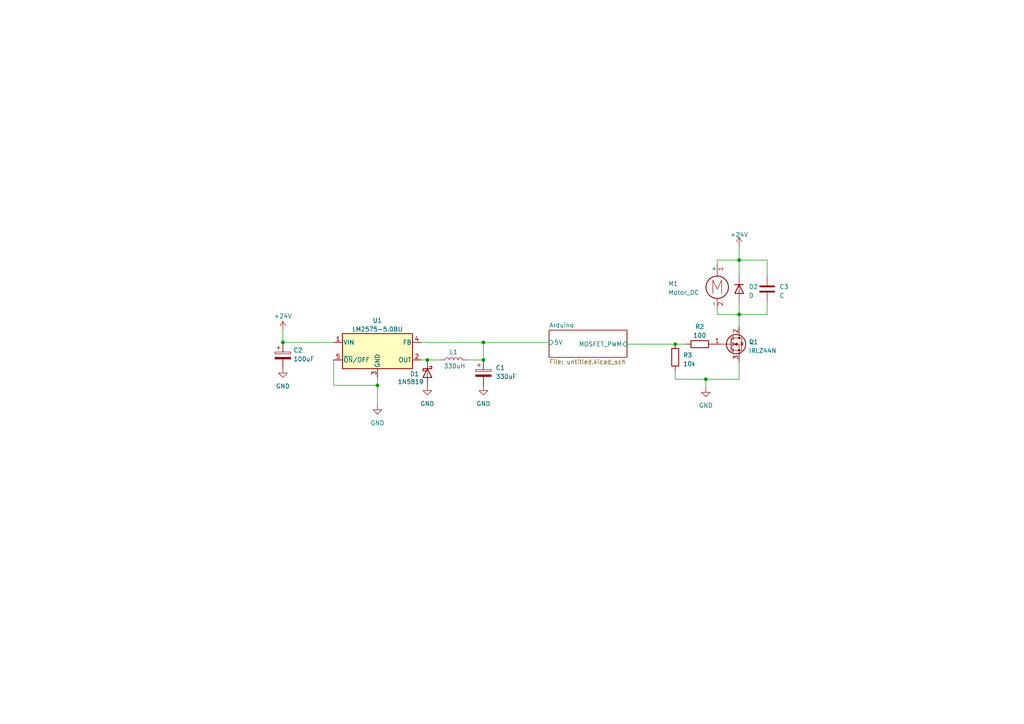
<source format=kicad_sch>
(kicad_sch (version 20230121) (generator eeschema)
  (paper "A4")
  (title_block (title "Układ zasilania kontrolera stanowiska DEM") (date "2024-05-26") (rev "1") (company "Wydział Samochodów i Maszyn Roboczych") (comment 1 "Mateusz Klisiewicz"))
  (lib_symbols
    (symbol "Device:C" (pin_numbers hide) (pin_names (offset 0.254))
      (property "Reference" "C" (at 0.635 2.54 0))
      (property "Value" "C" (at 0.635 -2.54 0))
      (symbol "C_0_1"
        (polyline (pts (xy -2.032 -0.762) (xy 2.032 -0.762)) (stroke (width 0.508)))
        (polyline (pts (xy -2.032 0.762) (xy 2.032 0.762)) (stroke (width 0.508)))
      )
      (symbol "C_1_1"
        (pin passive line (at 0 3.81 270) (length 2.794) (name "~") (number "1"))
        (pin passive line (at 0 -3.81 90) (length 2.794) (name "~") (number "2"))
      )
    )
    (symbol "Device:C_Polarized" (pin_numbers hide) (pin_names (offset 0.254))
      (property "Reference" "C" (at 0.635 2.54 0))
      (property "Value" "C_Polarized" (at 0.635 -2.54 0))
      (symbol "C_Polarized_0_1"
        (rectangle (start -2.286 0.508) (end 2.286 1.016))
        (polyline (pts (xy -1.778 2.286) (xy -0.762 2.286)))
        (polyline (pts (xy -1.27 2.794) (xy -1.27 1.778)))
        (rectangle (start 2.286 -0.508) (end -2.286 -1.016) (fill (type outline)))
      )
      (symbol "C_Polarized_1_1"
        (pin passive line (at 0 3.81 270) (length 2.794) (name "~") (number "1"))
        (pin passive line (at 0 -3.81 90) (length 2.794) (name "~") (number "2"))
      )
    )
    (symbol "Device:D" (pin_numbers hide) (pin_names (offset 1.016) hide)
      (property "Reference" "D" (at 0 2.54 0))
      (property "Value" "D" (at 0 -2.54 0))
      (symbol "D_0_1"
        (polyline (pts (xy -1.27 1.27) (xy -1.27 -1.27)) (stroke (width 0.254)))
        (polyline (pts (xy 1.27 0) (xy -1.27 0)))
        (polyline (pts (xy 1.27 1.27) (xy 1.27 -1.27) (xy -1.27 0) (xy 1.27 1.27)) (stroke (width 0.254)))
      )
      (symbol "D_1_1"
        (pin passive line (at -3.81 0 0) (length 2.54) (name "K") (number "1"))
        (pin passive line (at 3.81 0 180) (length 2.54) (name "A") (number "2"))
      )
    )
    (symbol "Device:L" (pin_numbers hide) (pin_names (offset 1.016) hide)
      (property "Reference" "L" (at -1.27 0 90))
      (property "Value" "L" (at 1.905 0 90))
      (symbol "L_0_1"
        (arc (start 0 -2.54) (mid 0.6323 -1.905) (end 0 -1.27))
        (arc (start 0 -1.27) (mid 0.6323 -0.635) (end 0 0))
        (arc (start 0 0) (mid 0.6323 0.635) (end 0 1.27))
        (arc (start 0 1.27) (mid 0.6323 1.905) (end 0 2.54))
      )
      (symbol "L_1_1"
        (pin passive line (at 0 3.81 270) (length 1.27) (name "1") (number "1"))
        (pin passive line (at 0 -3.81 90) (length 1.27) (name "2") (number "2"))
      )
    )
    (symbol "Device:R" (pin_numbers hide) (pin_names (offset 0))
      (property "Reference" "R" (at 2.032 0 90))
      (property "Value" "R" (at 0 0 90))
      (symbol "R_0_1"
        (rectangle (start -1.016 -2.54) (end 1.016 2.54) (stroke (width 0.254)))
      )
      (symbol "R_1_1"
        (pin passive line (at 0 3.81 270) (length 1.27) (name "~") (number "1"))
        (pin passive line (at 0 -3.81 90) (length 1.27) (name "~") (number "2"))
      )
    )
    (symbol "Diode:1N5819" (pin_numbers hide) (pin_names (offset 1.016) hide)
      (property "Reference" "D" (at 0 2.54 0))
      (property "Value" "1N5819" (at 0 -2.54 0))
      (symbol "1N5819_0_1"
        (polyline (pts (xy 1.27 0) (xy -1.27 0)))
        (polyline (pts (xy 1.27 1.27) (xy 1.27 -1.27) (xy -1.27 0) (xy 1.27 1.27)) (stroke (width 0.254)))
        (polyline (pts (xy -1.905 0.635) (xy -1.905 1.27) (xy -1.27 1.27) (xy -1.27 -1.27) (xy -0.635 -1.27) (xy -0.635 -0.635)) (stroke (width 0.254)))
      )
      (symbol "1N5819_1_1"
        (pin passive line (at -3.81 0 0) (length 2.54) (name "K") (number "1"))
        (pin passive line (at 3.81 0 180) (length 2.54) (name "A") (number "2"))
      )
    )
    (symbol "Motor:Motor_DC" (pin_names (offset 0))
      (property "Reference" "M" (at 2.54 2.54 0))
      (property "Value" "Motor_DC" (at 2.54 -5.08 0))
      (symbol "Motor_DC_0_0"
        (polyline (pts (xy -1.27 -3.302) (xy -1.27 0.508) (xy 0 -2.032) (xy 1.27 0.508) (xy 1.27 -3.302)))
      )
      (symbol "Motor_DC_0_1"
        (circle (center 0 -1.524) (radius 3.2512) (stroke (width 0.254)))
        (polyline (pts (xy 0 -7.62) (xy 0 -7.112)))
        (polyline (pts (xy 0 -4.7752) (xy 0 -5.1816)))
        (polyline (pts (xy 0 1.7272) (xy 0 2.0828)))
        (polyline (pts (xy 0 2.032) (xy 0 2.54)))
      )
      (symbol "Motor_DC_1_1"
        (pin passive line (at 0 5.08 270) (length 2.54) (name "+") (number "1"))
        (pin passive line (at 0 -7.62 90) (length 2.54) (name "-") (number "2"))
      )
    )
    (symbol "Regulator_Switching:LM2575-5.0BU" (pin_names (offset 0.254))
      (property "Reference" "U" (at -10.16 6.35 0))
      (property "Value" "LM2575-5.0BU" (at 0 6.35 0))
      (symbol "LM2575-5.0BU_0_1"
        (rectangle (start -10.16 5.08) (end 10.16 -5.08) (stroke (width 0.254)) (fill (type background)))
      )
      (symbol "LM2575-5.0BU_1_1"
        (pin power_in line (at -12.7 2.54 0) (length 2.54) (name "VIN") (number "1"))
        (pin output line (at 12.7 -2.54 180) (length 2.54) (name "OUT") (number "2"))
        (pin power_in line (at 0 -7.62 90) (length 2.54) (name "GND") (number "3"))
        (pin input line (at 12.7 2.54 180) (length 2.54) (name "FB") (number "4"))
        (pin input line (at -12.7 -2.54 0) (length 2.54) (name "~{ON}/OFF") (number "5"))
      )
    )
    (symbol "Transistor_FET:IRLZ44N" (pin_names hide)
      (property "Reference" "Q" (at 6.35 1.905 0))
      (property "Value" "IRLZ44N" (at 6.35 0 0))
      (symbol "IRLZ44N_0_1"
        (polyline (pts (xy 0.254 0) (xy -2.54 0)))
        (polyline (pts (xy 0.254 1.905) (xy 0.254 -1.905)) (stroke (width 0.254)))
        (polyline (pts (xy 0.762 -1.27) (xy 0.762 -2.286)) (stroke (width 0.254)))
        (polyline (pts (xy 0.762 0.508) (xy 0.762 -0.508)) (stroke (width 0.254)))
        (polyline (pts (xy 0.762 2.286) (xy 0.762 1.27)) (stroke (width 0.254)))
        (polyline (pts (xy 2.54 2.54) (xy 2.54 1.778)))
        (polyline (pts (xy 2.54 -2.54) (xy 2.54 0) (xy 0.762 0)))
        (polyline (pts (xy 0.762 -1.778) (xy 3.302 -1.778) (xy 3.302 1.778) (xy 0.762 1.778)))
        (polyline (pts (xy 1.016 0) (xy 2.032 0.381) (xy 2.032 -0.381) (xy 1.016 0)) (fill (type outline)))
        (polyline (pts (xy 2.794 0.508) (xy 2.921 0.381) (xy 3.683 0.381) (xy 3.81 0.254)))
        (polyline (pts (xy 3.302 0.381) (xy 2.921 -0.254) (xy 3.683 -0.254) (xy 3.302 0.381)))
        (circle (center 1.651 0) (radius 2.794) (stroke (width 0.254)))
        (circle (center 2.54 -1.778) (radius 0.254) (fill (type outline)))
        (circle (center 2.54 1.778) (radius 0.254) (fill (type outline)))
      )
      (symbol "IRLZ44N_1_1"
        (pin input line (at -5.08 0 0) (length 2.54) (name "G") (number "1"))
        (pin passive line (at 2.54 5.08 270) (length 2.54) (name "D") (number "2"))
        (pin passive line (at 2.54 -5.08 90) (length 2.54) (name "S") (number "3"))
      )
    )
    (symbol "power:+24V" (power) (pin_names (offset 0))
      (property "Value" "+24V" (at 0 3.556 0))
      (symbol "+24V_0_1"
        (polyline (pts (xy -0.762 1.27) (xy 0 2.54)))
        (polyline (pts (xy 0 0) (xy 0 2.54)))
        (polyline (pts (xy 0 2.54) (xy 0.762 1.27)))
      )
      (symbol "+24V_1_1"
        (pin power_in line (at 0 0 90) (length 0) hide (name "+24V") (number "1"))
      )
    )
    (symbol "power:GND" (power) (pin_names (offset 0))
      (property "Value" "GND" (at 0 -3.81 0))
      (symbol "GND_0_1"
        (polyline (pts (xy 0 0) (xy 0 -1.27) (xy 1.27 -1.27) (xy 0 -2.54) (xy -1.27 -1.27) (xy 0 -1.27)))
      )
      (symbol "GND_1_1"
        (pin power_in line (at 0 0 270) (length 0) hide (name "GND") (number "1"))
      )
    )
  )
  (junction (at 82.042 99.314))
  (junction (at 140.208 99.314))
  (junction (at 123.952 104.394))
  (junction (at 140.208 104.394))
  (junction (at 204.724 109.982))
  (junction (at 214.376 75.438))
  (junction (at 195.834 99.822))
  (junction (at 109.474 111.76))
  (junction (at 214.376 91.186))
  (wire (pts (xy 96.774 111.76) (xy 109.474 111.76)))
  (wire (pts (xy 195.834 99.822) (xy 199.136 99.822)))
  (wire (pts (xy 214.376 71.374) (xy 214.376 75.184)))
  (wire (pts (xy 204.724 109.982) (xy 195.834 109.982)))
  (wire (pts (xy 214.376 75.438) (xy 214.376 80.01)))
  (wire (pts (xy 214.376 87.63) (xy 214.376 91.186)))
  (wire (pts (xy 208.026 75.438) (xy 208.026 76.708)))
  (wire (pts (xy 214.376 91.186) (xy 214.376 94.742)))
  (wire (pts (xy 181.864 99.822) (xy 195.834 99.822)))
  (wire (pts (xy 195.834 109.982) (xy 195.834 107.442)))
  (wire (pts (xy 222.504 87.63) (xy 222.504 91.186)))
  (wire (pts (xy 204.724 109.982) (xy 204.724 112.522)))
  (wire (pts (xy 123.952 104.394) (xy 127.762 104.394)))
  (wire (pts (xy 222.504 75.438) (xy 222.504 80.01)))
  (wire (pts (xy 214.376 109.982) (xy 204.724 109.982)))
  (wire (pts (xy 109.474 117.602) (xy 109.474 111.76)))
  (wire (pts (xy 214.376 104.902) (xy 214.376 109.982)))
  (wire (pts (xy 122.174 99.314) (xy 140.208 99.314)))
  (wire (pts (xy 222.504 91.186) (xy 214.376 91.186)))
  (wire (pts (xy 109.474 111.76) (xy 109.474 109.474)))
  (wire (pts (xy 140.208 99.314) (xy 159.258 99.314)))
  (wire (pts (xy 135.382 104.394) (xy 140.208 104.394)))
  (wire (pts (xy 82.042 95.758) (xy 82.042 99.314)))
  (wire (pts (xy 208.026 91.186) (xy 208.026 89.408)))
  (wire (pts (xy 208.026 91.186) (xy 214.376 91.186)))
  (wire (pts (xy 122.174 104.394) (xy 123.952 104.394)))
  (wire (pts (xy 82.042 99.314) (xy 96.774 99.314)))
  (wire (pts (xy 96.774 104.394) (xy 96.774 111.76)))
  (wire (pts (xy 140.208 99.314) (xy 140.208 104.394)))
  (wire (pts (xy 214.376 75.438) (xy 222.504 75.438)))
  (wire (pts (xy 208.026 75.438) (xy 214.376 75.438)))
  (symbol (lib_id "Transistor_FET:IRLZ44N") (at 211.836 99.822 0) (unit 1)
    (property "Reference" "Q1" (at 217.17 99.187 0) (effects (justify left)))
    (property "Value" "IRLZ44N" (at 217.17 101.727 0) (effects (justify left)))
    (property "Footprint" "Package_TO_SOT_THT:TO-220-3_Vertical" (effects hide))
    (property "Datasheet" "http://www.irf.com/product-info/datasheets/data/irlz44n.pdf" (effects hide))
  )
  (symbol (lib_id "power:GND") (at 204.724 112.522 0) (unit 1)
    (property "Reference" "#PWR09" (effects hide))
    (property "Value" "GND" (at 204.724 117.602 0))
  )
  (symbol (lib_id "power:GND") (at 140.208 112.014 0) (unit 1)
    (property "Reference" "#PWR05" (effects hide))
    (property "Value" "GND" (at 140.208 117.094 0))
  )
  (symbol (lib_id "power:GND") (at 109.474 117.602 0) (unit 1)
    (property "Reference" "#PWR02" (effects hide))
    (property "Value" "GND" (at 109.474 122.682 0))
  )
  (symbol (lib_id "power:+24V") (at 214.376 71.374 0) (unit 1)
    (property "Reference" "#PWR010" (effects hide))
    (property "Value" "+24V" (at 214.376 68.072 0))
  )
  (symbol (lib_id "Device:D") (at 214.376 83.82 270) (unit 1)
    (property "Reference" "D2" (at 217.17 83.185 90) (effects (justify left)))
    (property "Value" "D" (at 217.17 85.725 90) (effects (justify left)))
    (property "Sim.Device" "D" (effects hide))
    (property "Sim.Pins" "1=K 2=A" (effects hide))
  )
  (symbol (lib_id "Device:C_Polarized") (at 82.042 103.124 0) (unit 1)
    (property "Reference" "C2" (at 85.09 101.6 0) (effects (justify left)))
    (property "Value" "100uF" (at 85.09 104.14 0) (effects (justify left)))
  )
  (symbol (lib_id "Device:R") (at 195.834 103.632 0) (unit 1)
    (property "Reference" "R3" (at 198.12 102.997 0) (effects (justify left)))
    (property "Value" "10k" (at 198.12 105.537 0) (effects (justify left)))
  )
  (symbol (lib_id "Regulator_Switching:LM2575-5.0BU") (at 109.474 101.854 0) (unit 1)
    (property "Reference" "U1" (at 109.474 92.964 0))
    (property "Value" "LM2575-5.0BU" (at 109.474 95.504 0))
    (property "Footprint" "Package_TO_SOT_SMD:TO-263-5_TabPin3" (effects hide))
    (property "Datasheet" "http://ww1.microchip.com/downloads/en/DeviceDoc/lm2575.pdf" (effects hide))
  )
  (symbol (lib_id "Device:C") (at 222.504 83.82 0) (unit 1)
    (property "Reference" "C3" (at 226.06 83.185 0) (effects (justify left)))
    (property "Value" "C" (at 226.06 85.725 0) (effects (justify left)))
  )
  (symbol (lib_id "Diode:1N5819") (at 123.952 108.204 270) (unit 1)
    (property "Reference" "D1" (at 118.872 108.458 90) (effects (justify left)))
    (property "Value" "1N5819" (at 115.316 110.744 90) (effects (justify left)))
    (property "Footprint" "Diode_THT:D_DO-41_SOD81_P10.16mm_Horizontal" (effects hide))
    (property "Datasheet" "http://www.vishay.com/docs/88525/1n5817.pdf" (effects hide))
  )
  (symbol (lib_id "Device:C_Polarized") (at 140.208 108.204 0) (unit 1)
    (property "Reference" "C1" (at 143.764 106.68 0) (effects (justify left)))
    (property "Value" "330uF" (at 143.764 109.22 0) (effects (justify left)))
  )
  (symbol (lib_id "Device:R") (at 202.946 99.822 270) (unit 1)
    (property "Reference" "R2" (at 202.946 94.742 90))
    (property "Value" "100" (at 202.946 97.282 90))
  )
  (symbol (lib_id "power:GND") (at 82.042 106.934 0) (unit 1)
    (property "Reference" "#PWR03" (effects hide))
    (property "Value" "GND" (at 82.042 112.014 0))
  )
  (symbol (lib_id "power:+24V") (at 82.042 95.758 0) (unit 1)
    (property "Reference" "#PWR07" (effects hide))
    (property "Value" "+24V" (at 82.042 91.694 0))
  )
  (symbol (lib_id "power:GND") (at 123.952 112.014 0) (unit 1)
    (property "Reference" "#PWR04" (effects hide))
    (property "Value" "GND" (at 123.952 117.094 0))
  )
  (symbol (lib_id "Motor:Motor_DC") (at 208.026 81.788 0) (unit 1)
    (property "Reference" "M1" (at 193.802 82.296 0) (effects (justify left)))
    (property "Value" "Motor_DC" (at 193.802 84.836 0) (effects (justify left)))
  )
  (symbol (lib_id "Device:L") (at 131.572 104.394 90) (unit 1)
    (property "Reference" "L1" (at 131.572 102.108 90))
    (property "Value" "330uH" (at 131.826 106.172 90))
  )
  (sheet (at 159.258 95.758) (size 22.606 7.874) (stroke (width 0.1524))
    (property "Sheetname" "Arduino" (at 159.258 95.0464 0) (effects (justify left bottom)))
    (property "Sheetfile" "untitled.kicad_sch" (at 159.258 104.2166 0) (effects (justify left top)))
    (pin "MOSFET_PWM" input (at 181.864 99.822 0))
    (pin "5V" input (at 159.258 99.314 180))
  )
)
</source>
